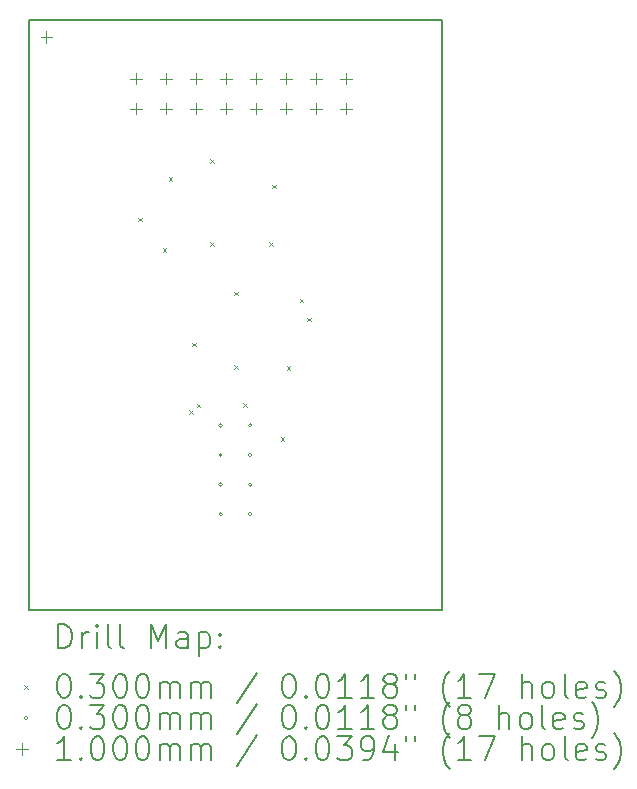
<source format=gbr>
%TF.GenerationSoftware,KiCad,Pcbnew,8.0.5*%
%TF.CreationDate,2024-12-03T22:20:39-06:00*%
%TF.ProjectId,project,70726f6a-6563-4742-9e6b-696361645f70,rev?*%
%TF.SameCoordinates,Original*%
%TF.FileFunction,Drillmap*%
%TF.FilePolarity,Positive*%
%FSLAX45Y45*%
G04 Gerber Fmt 4.5, Leading zero omitted, Abs format (unit mm)*
G04 Created by KiCad (PCBNEW 8.0.5) date 2024-12-03 22:20:39*
%MOMM*%
%LPD*%
G01*
G04 APERTURE LIST*
%ADD10C,0.200000*%
%ADD11C,0.100000*%
G04 APERTURE END LIST*
D10*
X4828000Y-5596500D02*
X8328000Y-5596500D01*
X8328000Y-10596500D01*
X4828000Y-10596500D01*
X4828000Y-5596500D01*
D11*
X5756549Y-7274057D02*
X5786549Y-7304057D01*
X5786549Y-7274057D02*
X5756549Y-7304057D01*
X5963000Y-7531500D02*
X5993000Y-7561500D01*
X5993000Y-7531500D02*
X5963000Y-7561500D01*
X6013000Y-6931500D02*
X6043000Y-6961500D01*
X6043000Y-6931500D02*
X6013000Y-6961500D01*
X6188540Y-8902916D02*
X6218540Y-8932916D01*
X6218540Y-8902916D02*
X6188540Y-8932916D01*
X6213000Y-8331500D02*
X6243000Y-8361500D01*
X6243000Y-8331500D02*
X6213000Y-8361500D01*
X6248540Y-8848340D02*
X6278540Y-8878340D01*
X6278540Y-8848340D02*
X6248540Y-8878340D01*
X6363000Y-6781500D02*
X6393000Y-6811500D01*
X6393000Y-6781500D02*
X6363000Y-6811500D01*
X6363000Y-7481500D02*
X6393000Y-7511500D01*
X6393000Y-7481500D02*
X6363000Y-7511500D01*
X6567760Y-8523750D02*
X6597760Y-8553750D01*
X6597760Y-8523750D02*
X6567760Y-8553750D01*
X6569090Y-7901520D02*
X6599090Y-7931520D01*
X6599090Y-7901520D02*
X6569090Y-7931520D01*
X6642903Y-8842981D02*
X6672903Y-8872981D01*
X6672903Y-8842981D02*
X6642903Y-8872981D01*
X6863000Y-7481500D02*
X6893000Y-7511500D01*
X6893000Y-7481500D02*
X6863000Y-7511500D01*
X6887563Y-6993856D02*
X6917563Y-7023856D01*
X6917563Y-6993856D02*
X6887563Y-7023856D01*
X6963000Y-9131500D02*
X6993000Y-9161500D01*
X6993000Y-9131500D02*
X6963000Y-9161500D01*
X7013000Y-8531500D02*
X7043000Y-8561500D01*
X7043000Y-8531500D02*
X7013000Y-8561500D01*
X7123000Y-7958687D02*
X7153000Y-7988687D01*
X7153000Y-7958687D02*
X7123000Y-7988687D01*
X7187000Y-8121393D02*
X7217000Y-8151393D01*
X7217000Y-8121393D02*
X7187000Y-8151393D01*
X6468000Y-9033500D02*
G75*
G02*
X6438000Y-9033500I-15000J0D01*
G01*
X6438000Y-9033500D02*
G75*
G02*
X6468000Y-9033500I15000J0D01*
G01*
X6468000Y-9283500D02*
G75*
G02*
X6438000Y-9283500I-15000J0D01*
G01*
X6438000Y-9283500D02*
G75*
G02*
X6468000Y-9283500I15000J0D01*
G01*
X6468000Y-9533500D02*
G75*
G02*
X6438000Y-9533500I-15000J0D01*
G01*
X6438000Y-9533500D02*
G75*
G02*
X6468000Y-9533500I15000J0D01*
G01*
X6468000Y-9783500D02*
G75*
G02*
X6438000Y-9783500I-15000J0D01*
G01*
X6438000Y-9783500D02*
G75*
G02*
X6468000Y-9783500I15000J0D01*
G01*
X6718000Y-9033500D02*
G75*
G02*
X6688000Y-9033500I-15000J0D01*
G01*
X6688000Y-9033500D02*
G75*
G02*
X6718000Y-9033500I15000J0D01*
G01*
X6718000Y-9283500D02*
G75*
G02*
X6688000Y-9283500I-15000J0D01*
G01*
X6688000Y-9283500D02*
G75*
G02*
X6718000Y-9283500I15000J0D01*
G01*
X6718000Y-9533500D02*
G75*
G02*
X6688000Y-9533500I-15000J0D01*
G01*
X6688000Y-9533500D02*
G75*
G02*
X6718000Y-9533500I15000J0D01*
G01*
X6718000Y-9783500D02*
G75*
G02*
X6688000Y-9783500I-15000J0D01*
G01*
X6688000Y-9783500D02*
G75*
G02*
X6718000Y-9783500I15000J0D01*
G01*
X4978000Y-5696500D02*
X4978000Y-5796500D01*
X4928000Y-5746500D02*
X5028000Y-5746500D01*
X5738000Y-6046500D02*
X5738000Y-6146500D01*
X5688000Y-6096500D02*
X5788000Y-6096500D01*
X5738000Y-6300500D02*
X5738000Y-6400500D01*
X5688000Y-6350500D02*
X5788000Y-6350500D01*
X5992000Y-6046500D02*
X5992000Y-6146500D01*
X5942000Y-6096500D02*
X6042000Y-6096500D01*
X5992000Y-6300500D02*
X5992000Y-6400500D01*
X5942000Y-6350500D02*
X6042000Y-6350500D01*
X6246000Y-6046500D02*
X6246000Y-6146500D01*
X6196000Y-6096500D02*
X6296000Y-6096500D01*
X6246000Y-6300500D02*
X6246000Y-6400500D01*
X6196000Y-6350500D02*
X6296000Y-6350500D01*
X6500000Y-6046500D02*
X6500000Y-6146500D01*
X6450000Y-6096500D02*
X6550000Y-6096500D01*
X6500000Y-6300500D02*
X6500000Y-6400500D01*
X6450000Y-6350500D02*
X6550000Y-6350500D01*
X6754000Y-6046500D02*
X6754000Y-6146500D01*
X6704000Y-6096500D02*
X6804000Y-6096500D01*
X6754000Y-6300500D02*
X6754000Y-6400500D01*
X6704000Y-6350500D02*
X6804000Y-6350500D01*
X7008000Y-6046500D02*
X7008000Y-6146500D01*
X6958000Y-6096500D02*
X7058000Y-6096500D01*
X7008000Y-6300500D02*
X7008000Y-6400500D01*
X6958000Y-6350500D02*
X7058000Y-6350500D01*
X7262000Y-6046500D02*
X7262000Y-6146500D01*
X7212000Y-6096500D02*
X7312000Y-6096500D01*
X7262000Y-6300500D02*
X7262000Y-6400500D01*
X7212000Y-6350500D02*
X7312000Y-6350500D01*
X7516000Y-6046500D02*
X7516000Y-6146500D01*
X7466000Y-6096500D02*
X7566000Y-6096500D01*
X7516000Y-6300500D02*
X7516000Y-6400500D01*
X7466000Y-6350500D02*
X7566000Y-6350500D01*
D10*
X5078777Y-10917984D02*
X5078777Y-10717984D01*
X5078777Y-10717984D02*
X5126396Y-10717984D01*
X5126396Y-10717984D02*
X5154967Y-10727508D01*
X5154967Y-10727508D02*
X5174015Y-10746555D01*
X5174015Y-10746555D02*
X5183539Y-10765603D01*
X5183539Y-10765603D02*
X5193063Y-10803698D01*
X5193063Y-10803698D02*
X5193063Y-10832270D01*
X5193063Y-10832270D02*
X5183539Y-10870365D01*
X5183539Y-10870365D02*
X5174015Y-10889412D01*
X5174015Y-10889412D02*
X5154967Y-10908460D01*
X5154967Y-10908460D02*
X5126396Y-10917984D01*
X5126396Y-10917984D02*
X5078777Y-10917984D01*
X5278777Y-10917984D02*
X5278777Y-10784650D01*
X5278777Y-10822746D02*
X5288301Y-10803698D01*
X5288301Y-10803698D02*
X5297824Y-10794174D01*
X5297824Y-10794174D02*
X5316872Y-10784650D01*
X5316872Y-10784650D02*
X5335920Y-10784650D01*
X5402586Y-10917984D02*
X5402586Y-10784650D01*
X5402586Y-10717984D02*
X5393063Y-10727508D01*
X5393063Y-10727508D02*
X5402586Y-10737031D01*
X5402586Y-10737031D02*
X5412110Y-10727508D01*
X5412110Y-10727508D02*
X5402586Y-10717984D01*
X5402586Y-10717984D02*
X5402586Y-10737031D01*
X5526396Y-10917984D02*
X5507348Y-10908460D01*
X5507348Y-10908460D02*
X5497824Y-10889412D01*
X5497824Y-10889412D02*
X5497824Y-10717984D01*
X5631158Y-10917984D02*
X5612110Y-10908460D01*
X5612110Y-10908460D02*
X5602586Y-10889412D01*
X5602586Y-10889412D02*
X5602586Y-10717984D01*
X5859729Y-10917984D02*
X5859729Y-10717984D01*
X5859729Y-10717984D02*
X5926396Y-10860841D01*
X5926396Y-10860841D02*
X5993062Y-10717984D01*
X5993062Y-10717984D02*
X5993062Y-10917984D01*
X6174015Y-10917984D02*
X6174015Y-10813222D01*
X6174015Y-10813222D02*
X6164491Y-10794174D01*
X6164491Y-10794174D02*
X6145443Y-10784650D01*
X6145443Y-10784650D02*
X6107348Y-10784650D01*
X6107348Y-10784650D02*
X6088301Y-10794174D01*
X6174015Y-10908460D02*
X6154967Y-10917984D01*
X6154967Y-10917984D02*
X6107348Y-10917984D01*
X6107348Y-10917984D02*
X6088301Y-10908460D01*
X6088301Y-10908460D02*
X6078777Y-10889412D01*
X6078777Y-10889412D02*
X6078777Y-10870365D01*
X6078777Y-10870365D02*
X6088301Y-10851317D01*
X6088301Y-10851317D02*
X6107348Y-10841793D01*
X6107348Y-10841793D02*
X6154967Y-10841793D01*
X6154967Y-10841793D02*
X6174015Y-10832270D01*
X6269253Y-10784650D02*
X6269253Y-10984650D01*
X6269253Y-10794174D02*
X6288301Y-10784650D01*
X6288301Y-10784650D02*
X6326396Y-10784650D01*
X6326396Y-10784650D02*
X6345443Y-10794174D01*
X6345443Y-10794174D02*
X6354967Y-10803698D01*
X6354967Y-10803698D02*
X6364491Y-10822746D01*
X6364491Y-10822746D02*
X6364491Y-10879889D01*
X6364491Y-10879889D02*
X6354967Y-10898936D01*
X6354967Y-10898936D02*
X6345443Y-10908460D01*
X6345443Y-10908460D02*
X6326396Y-10917984D01*
X6326396Y-10917984D02*
X6288301Y-10917984D01*
X6288301Y-10917984D02*
X6269253Y-10908460D01*
X6450205Y-10898936D02*
X6459729Y-10908460D01*
X6459729Y-10908460D02*
X6450205Y-10917984D01*
X6450205Y-10917984D02*
X6440682Y-10908460D01*
X6440682Y-10908460D02*
X6450205Y-10898936D01*
X6450205Y-10898936D02*
X6450205Y-10917984D01*
X6450205Y-10794174D02*
X6459729Y-10803698D01*
X6459729Y-10803698D02*
X6450205Y-10813222D01*
X6450205Y-10813222D02*
X6440682Y-10803698D01*
X6440682Y-10803698D02*
X6450205Y-10794174D01*
X6450205Y-10794174D02*
X6450205Y-10813222D01*
D11*
X4788000Y-11231500D02*
X4818000Y-11261500D01*
X4818000Y-11231500D02*
X4788000Y-11261500D01*
D10*
X5116872Y-11137984D02*
X5135920Y-11137984D01*
X5135920Y-11137984D02*
X5154967Y-11147508D01*
X5154967Y-11147508D02*
X5164491Y-11157031D01*
X5164491Y-11157031D02*
X5174015Y-11176079D01*
X5174015Y-11176079D02*
X5183539Y-11214174D01*
X5183539Y-11214174D02*
X5183539Y-11261793D01*
X5183539Y-11261793D02*
X5174015Y-11299888D01*
X5174015Y-11299888D02*
X5164491Y-11318936D01*
X5164491Y-11318936D02*
X5154967Y-11328460D01*
X5154967Y-11328460D02*
X5135920Y-11337984D01*
X5135920Y-11337984D02*
X5116872Y-11337984D01*
X5116872Y-11337984D02*
X5097824Y-11328460D01*
X5097824Y-11328460D02*
X5088301Y-11318936D01*
X5088301Y-11318936D02*
X5078777Y-11299888D01*
X5078777Y-11299888D02*
X5069253Y-11261793D01*
X5069253Y-11261793D02*
X5069253Y-11214174D01*
X5069253Y-11214174D02*
X5078777Y-11176079D01*
X5078777Y-11176079D02*
X5088301Y-11157031D01*
X5088301Y-11157031D02*
X5097824Y-11147508D01*
X5097824Y-11147508D02*
X5116872Y-11137984D01*
X5269253Y-11318936D02*
X5278777Y-11328460D01*
X5278777Y-11328460D02*
X5269253Y-11337984D01*
X5269253Y-11337984D02*
X5259729Y-11328460D01*
X5259729Y-11328460D02*
X5269253Y-11318936D01*
X5269253Y-11318936D02*
X5269253Y-11337984D01*
X5345444Y-11137984D02*
X5469253Y-11137984D01*
X5469253Y-11137984D02*
X5402586Y-11214174D01*
X5402586Y-11214174D02*
X5431158Y-11214174D01*
X5431158Y-11214174D02*
X5450205Y-11223698D01*
X5450205Y-11223698D02*
X5459729Y-11233222D01*
X5459729Y-11233222D02*
X5469253Y-11252269D01*
X5469253Y-11252269D02*
X5469253Y-11299888D01*
X5469253Y-11299888D02*
X5459729Y-11318936D01*
X5459729Y-11318936D02*
X5450205Y-11328460D01*
X5450205Y-11328460D02*
X5431158Y-11337984D01*
X5431158Y-11337984D02*
X5374015Y-11337984D01*
X5374015Y-11337984D02*
X5354967Y-11328460D01*
X5354967Y-11328460D02*
X5345444Y-11318936D01*
X5593062Y-11137984D02*
X5612110Y-11137984D01*
X5612110Y-11137984D02*
X5631158Y-11147508D01*
X5631158Y-11147508D02*
X5640682Y-11157031D01*
X5640682Y-11157031D02*
X5650205Y-11176079D01*
X5650205Y-11176079D02*
X5659729Y-11214174D01*
X5659729Y-11214174D02*
X5659729Y-11261793D01*
X5659729Y-11261793D02*
X5650205Y-11299888D01*
X5650205Y-11299888D02*
X5640682Y-11318936D01*
X5640682Y-11318936D02*
X5631158Y-11328460D01*
X5631158Y-11328460D02*
X5612110Y-11337984D01*
X5612110Y-11337984D02*
X5593062Y-11337984D01*
X5593062Y-11337984D02*
X5574015Y-11328460D01*
X5574015Y-11328460D02*
X5564491Y-11318936D01*
X5564491Y-11318936D02*
X5554967Y-11299888D01*
X5554967Y-11299888D02*
X5545444Y-11261793D01*
X5545444Y-11261793D02*
X5545444Y-11214174D01*
X5545444Y-11214174D02*
X5554967Y-11176079D01*
X5554967Y-11176079D02*
X5564491Y-11157031D01*
X5564491Y-11157031D02*
X5574015Y-11147508D01*
X5574015Y-11147508D02*
X5593062Y-11137984D01*
X5783539Y-11137984D02*
X5802586Y-11137984D01*
X5802586Y-11137984D02*
X5821634Y-11147508D01*
X5821634Y-11147508D02*
X5831158Y-11157031D01*
X5831158Y-11157031D02*
X5840682Y-11176079D01*
X5840682Y-11176079D02*
X5850205Y-11214174D01*
X5850205Y-11214174D02*
X5850205Y-11261793D01*
X5850205Y-11261793D02*
X5840682Y-11299888D01*
X5840682Y-11299888D02*
X5831158Y-11318936D01*
X5831158Y-11318936D02*
X5821634Y-11328460D01*
X5821634Y-11328460D02*
X5802586Y-11337984D01*
X5802586Y-11337984D02*
X5783539Y-11337984D01*
X5783539Y-11337984D02*
X5764491Y-11328460D01*
X5764491Y-11328460D02*
X5754967Y-11318936D01*
X5754967Y-11318936D02*
X5745443Y-11299888D01*
X5745443Y-11299888D02*
X5735920Y-11261793D01*
X5735920Y-11261793D02*
X5735920Y-11214174D01*
X5735920Y-11214174D02*
X5745443Y-11176079D01*
X5745443Y-11176079D02*
X5754967Y-11157031D01*
X5754967Y-11157031D02*
X5764491Y-11147508D01*
X5764491Y-11147508D02*
X5783539Y-11137984D01*
X5935920Y-11337984D02*
X5935920Y-11204650D01*
X5935920Y-11223698D02*
X5945443Y-11214174D01*
X5945443Y-11214174D02*
X5964491Y-11204650D01*
X5964491Y-11204650D02*
X5993063Y-11204650D01*
X5993063Y-11204650D02*
X6012110Y-11214174D01*
X6012110Y-11214174D02*
X6021634Y-11233222D01*
X6021634Y-11233222D02*
X6021634Y-11337984D01*
X6021634Y-11233222D02*
X6031158Y-11214174D01*
X6031158Y-11214174D02*
X6050205Y-11204650D01*
X6050205Y-11204650D02*
X6078777Y-11204650D01*
X6078777Y-11204650D02*
X6097824Y-11214174D01*
X6097824Y-11214174D02*
X6107348Y-11233222D01*
X6107348Y-11233222D02*
X6107348Y-11337984D01*
X6202586Y-11337984D02*
X6202586Y-11204650D01*
X6202586Y-11223698D02*
X6212110Y-11214174D01*
X6212110Y-11214174D02*
X6231158Y-11204650D01*
X6231158Y-11204650D02*
X6259729Y-11204650D01*
X6259729Y-11204650D02*
X6278777Y-11214174D01*
X6278777Y-11214174D02*
X6288301Y-11233222D01*
X6288301Y-11233222D02*
X6288301Y-11337984D01*
X6288301Y-11233222D02*
X6297824Y-11214174D01*
X6297824Y-11214174D02*
X6316872Y-11204650D01*
X6316872Y-11204650D02*
X6345443Y-11204650D01*
X6345443Y-11204650D02*
X6364491Y-11214174D01*
X6364491Y-11214174D02*
X6374015Y-11233222D01*
X6374015Y-11233222D02*
X6374015Y-11337984D01*
X6764491Y-11128460D02*
X6593063Y-11385603D01*
X7021634Y-11137984D02*
X7040682Y-11137984D01*
X7040682Y-11137984D02*
X7059729Y-11147508D01*
X7059729Y-11147508D02*
X7069253Y-11157031D01*
X7069253Y-11157031D02*
X7078777Y-11176079D01*
X7078777Y-11176079D02*
X7088301Y-11214174D01*
X7088301Y-11214174D02*
X7088301Y-11261793D01*
X7088301Y-11261793D02*
X7078777Y-11299888D01*
X7078777Y-11299888D02*
X7069253Y-11318936D01*
X7069253Y-11318936D02*
X7059729Y-11328460D01*
X7059729Y-11328460D02*
X7040682Y-11337984D01*
X7040682Y-11337984D02*
X7021634Y-11337984D01*
X7021634Y-11337984D02*
X7002586Y-11328460D01*
X7002586Y-11328460D02*
X6993063Y-11318936D01*
X6993063Y-11318936D02*
X6983539Y-11299888D01*
X6983539Y-11299888D02*
X6974015Y-11261793D01*
X6974015Y-11261793D02*
X6974015Y-11214174D01*
X6974015Y-11214174D02*
X6983539Y-11176079D01*
X6983539Y-11176079D02*
X6993063Y-11157031D01*
X6993063Y-11157031D02*
X7002586Y-11147508D01*
X7002586Y-11147508D02*
X7021634Y-11137984D01*
X7174015Y-11318936D02*
X7183539Y-11328460D01*
X7183539Y-11328460D02*
X7174015Y-11337984D01*
X7174015Y-11337984D02*
X7164491Y-11328460D01*
X7164491Y-11328460D02*
X7174015Y-11318936D01*
X7174015Y-11318936D02*
X7174015Y-11337984D01*
X7307348Y-11137984D02*
X7326396Y-11137984D01*
X7326396Y-11137984D02*
X7345444Y-11147508D01*
X7345444Y-11147508D02*
X7354967Y-11157031D01*
X7354967Y-11157031D02*
X7364491Y-11176079D01*
X7364491Y-11176079D02*
X7374015Y-11214174D01*
X7374015Y-11214174D02*
X7374015Y-11261793D01*
X7374015Y-11261793D02*
X7364491Y-11299888D01*
X7364491Y-11299888D02*
X7354967Y-11318936D01*
X7354967Y-11318936D02*
X7345444Y-11328460D01*
X7345444Y-11328460D02*
X7326396Y-11337984D01*
X7326396Y-11337984D02*
X7307348Y-11337984D01*
X7307348Y-11337984D02*
X7288301Y-11328460D01*
X7288301Y-11328460D02*
X7278777Y-11318936D01*
X7278777Y-11318936D02*
X7269253Y-11299888D01*
X7269253Y-11299888D02*
X7259729Y-11261793D01*
X7259729Y-11261793D02*
X7259729Y-11214174D01*
X7259729Y-11214174D02*
X7269253Y-11176079D01*
X7269253Y-11176079D02*
X7278777Y-11157031D01*
X7278777Y-11157031D02*
X7288301Y-11147508D01*
X7288301Y-11147508D02*
X7307348Y-11137984D01*
X7564491Y-11337984D02*
X7450206Y-11337984D01*
X7507348Y-11337984D02*
X7507348Y-11137984D01*
X7507348Y-11137984D02*
X7488301Y-11166555D01*
X7488301Y-11166555D02*
X7469253Y-11185603D01*
X7469253Y-11185603D02*
X7450206Y-11195127D01*
X7754967Y-11337984D02*
X7640682Y-11337984D01*
X7697825Y-11337984D02*
X7697825Y-11137984D01*
X7697825Y-11137984D02*
X7678777Y-11166555D01*
X7678777Y-11166555D02*
X7659729Y-11185603D01*
X7659729Y-11185603D02*
X7640682Y-11195127D01*
X7869253Y-11223698D02*
X7850206Y-11214174D01*
X7850206Y-11214174D02*
X7840682Y-11204650D01*
X7840682Y-11204650D02*
X7831158Y-11185603D01*
X7831158Y-11185603D02*
X7831158Y-11176079D01*
X7831158Y-11176079D02*
X7840682Y-11157031D01*
X7840682Y-11157031D02*
X7850206Y-11147508D01*
X7850206Y-11147508D02*
X7869253Y-11137984D01*
X7869253Y-11137984D02*
X7907348Y-11137984D01*
X7907348Y-11137984D02*
X7926396Y-11147508D01*
X7926396Y-11147508D02*
X7935920Y-11157031D01*
X7935920Y-11157031D02*
X7945444Y-11176079D01*
X7945444Y-11176079D02*
X7945444Y-11185603D01*
X7945444Y-11185603D02*
X7935920Y-11204650D01*
X7935920Y-11204650D02*
X7926396Y-11214174D01*
X7926396Y-11214174D02*
X7907348Y-11223698D01*
X7907348Y-11223698D02*
X7869253Y-11223698D01*
X7869253Y-11223698D02*
X7850206Y-11233222D01*
X7850206Y-11233222D02*
X7840682Y-11242746D01*
X7840682Y-11242746D02*
X7831158Y-11261793D01*
X7831158Y-11261793D02*
X7831158Y-11299888D01*
X7831158Y-11299888D02*
X7840682Y-11318936D01*
X7840682Y-11318936D02*
X7850206Y-11328460D01*
X7850206Y-11328460D02*
X7869253Y-11337984D01*
X7869253Y-11337984D02*
X7907348Y-11337984D01*
X7907348Y-11337984D02*
X7926396Y-11328460D01*
X7926396Y-11328460D02*
X7935920Y-11318936D01*
X7935920Y-11318936D02*
X7945444Y-11299888D01*
X7945444Y-11299888D02*
X7945444Y-11261793D01*
X7945444Y-11261793D02*
X7935920Y-11242746D01*
X7935920Y-11242746D02*
X7926396Y-11233222D01*
X7926396Y-11233222D02*
X7907348Y-11223698D01*
X8021634Y-11137984D02*
X8021634Y-11176079D01*
X8097825Y-11137984D02*
X8097825Y-11176079D01*
X8393063Y-11414174D02*
X8383539Y-11404650D01*
X8383539Y-11404650D02*
X8364491Y-11376079D01*
X8364491Y-11376079D02*
X8354968Y-11357031D01*
X8354968Y-11357031D02*
X8345444Y-11328460D01*
X8345444Y-11328460D02*
X8335920Y-11280841D01*
X8335920Y-11280841D02*
X8335920Y-11242746D01*
X8335920Y-11242746D02*
X8345444Y-11195127D01*
X8345444Y-11195127D02*
X8354968Y-11166555D01*
X8354968Y-11166555D02*
X8364491Y-11147508D01*
X8364491Y-11147508D02*
X8383539Y-11118936D01*
X8383539Y-11118936D02*
X8393063Y-11109412D01*
X8574015Y-11337984D02*
X8459730Y-11337984D01*
X8516872Y-11337984D02*
X8516872Y-11137984D01*
X8516872Y-11137984D02*
X8497825Y-11166555D01*
X8497825Y-11166555D02*
X8478777Y-11185603D01*
X8478777Y-11185603D02*
X8459730Y-11195127D01*
X8640682Y-11137984D02*
X8774015Y-11137984D01*
X8774015Y-11137984D02*
X8688301Y-11337984D01*
X9002587Y-11337984D02*
X9002587Y-11137984D01*
X9088301Y-11337984D02*
X9088301Y-11233222D01*
X9088301Y-11233222D02*
X9078777Y-11214174D01*
X9078777Y-11214174D02*
X9059730Y-11204650D01*
X9059730Y-11204650D02*
X9031158Y-11204650D01*
X9031158Y-11204650D02*
X9012111Y-11214174D01*
X9012111Y-11214174D02*
X9002587Y-11223698D01*
X9212111Y-11337984D02*
X9193063Y-11328460D01*
X9193063Y-11328460D02*
X9183539Y-11318936D01*
X9183539Y-11318936D02*
X9174015Y-11299888D01*
X9174015Y-11299888D02*
X9174015Y-11242746D01*
X9174015Y-11242746D02*
X9183539Y-11223698D01*
X9183539Y-11223698D02*
X9193063Y-11214174D01*
X9193063Y-11214174D02*
X9212111Y-11204650D01*
X9212111Y-11204650D02*
X9240682Y-11204650D01*
X9240682Y-11204650D02*
X9259730Y-11214174D01*
X9259730Y-11214174D02*
X9269253Y-11223698D01*
X9269253Y-11223698D02*
X9278777Y-11242746D01*
X9278777Y-11242746D02*
X9278777Y-11299888D01*
X9278777Y-11299888D02*
X9269253Y-11318936D01*
X9269253Y-11318936D02*
X9259730Y-11328460D01*
X9259730Y-11328460D02*
X9240682Y-11337984D01*
X9240682Y-11337984D02*
X9212111Y-11337984D01*
X9393063Y-11337984D02*
X9374015Y-11328460D01*
X9374015Y-11328460D02*
X9364492Y-11309412D01*
X9364492Y-11309412D02*
X9364492Y-11137984D01*
X9545444Y-11328460D02*
X9526396Y-11337984D01*
X9526396Y-11337984D02*
X9488301Y-11337984D01*
X9488301Y-11337984D02*
X9469253Y-11328460D01*
X9469253Y-11328460D02*
X9459730Y-11309412D01*
X9459730Y-11309412D02*
X9459730Y-11233222D01*
X9459730Y-11233222D02*
X9469253Y-11214174D01*
X9469253Y-11214174D02*
X9488301Y-11204650D01*
X9488301Y-11204650D02*
X9526396Y-11204650D01*
X9526396Y-11204650D02*
X9545444Y-11214174D01*
X9545444Y-11214174D02*
X9554968Y-11233222D01*
X9554968Y-11233222D02*
X9554968Y-11252269D01*
X9554968Y-11252269D02*
X9459730Y-11271317D01*
X9631158Y-11328460D02*
X9650206Y-11337984D01*
X9650206Y-11337984D02*
X9688301Y-11337984D01*
X9688301Y-11337984D02*
X9707349Y-11328460D01*
X9707349Y-11328460D02*
X9716873Y-11309412D01*
X9716873Y-11309412D02*
X9716873Y-11299888D01*
X9716873Y-11299888D02*
X9707349Y-11280841D01*
X9707349Y-11280841D02*
X9688301Y-11271317D01*
X9688301Y-11271317D02*
X9659730Y-11271317D01*
X9659730Y-11271317D02*
X9640682Y-11261793D01*
X9640682Y-11261793D02*
X9631158Y-11242746D01*
X9631158Y-11242746D02*
X9631158Y-11233222D01*
X9631158Y-11233222D02*
X9640682Y-11214174D01*
X9640682Y-11214174D02*
X9659730Y-11204650D01*
X9659730Y-11204650D02*
X9688301Y-11204650D01*
X9688301Y-11204650D02*
X9707349Y-11214174D01*
X9783539Y-11414174D02*
X9793063Y-11404650D01*
X9793063Y-11404650D02*
X9812111Y-11376079D01*
X9812111Y-11376079D02*
X9821634Y-11357031D01*
X9821634Y-11357031D02*
X9831158Y-11328460D01*
X9831158Y-11328460D02*
X9840682Y-11280841D01*
X9840682Y-11280841D02*
X9840682Y-11242746D01*
X9840682Y-11242746D02*
X9831158Y-11195127D01*
X9831158Y-11195127D02*
X9821634Y-11166555D01*
X9821634Y-11166555D02*
X9812111Y-11147508D01*
X9812111Y-11147508D02*
X9793063Y-11118936D01*
X9793063Y-11118936D02*
X9783539Y-11109412D01*
D11*
X4818000Y-11510500D02*
G75*
G02*
X4788000Y-11510500I-15000J0D01*
G01*
X4788000Y-11510500D02*
G75*
G02*
X4818000Y-11510500I15000J0D01*
G01*
D10*
X5116872Y-11401984D02*
X5135920Y-11401984D01*
X5135920Y-11401984D02*
X5154967Y-11411508D01*
X5154967Y-11411508D02*
X5164491Y-11421031D01*
X5164491Y-11421031D02*
X5174015Y-11440079D01*
X5174015Y-11440079D02*
X5183539Y-11478174D01*
X5183539Y-11478174D02*
X5183539Y-11525793D01*
X5183539Y-11525793D02*
X5174015Y-11563888D01*
X5174015Y-11563888D02*
X5164491Y-11582936D01*
X5164491Y-11582936D02*
X5154967Y-11592460D01*
X5154967Y-11592460D02*
X5135920Y-11601984D01*
X5135920Y-11601984D02*
X5116872Y-11601984D01*
X5116872Y-11601984D02*
X5097824Y-11592460D01*
X5097824Y-11592460D02*
X5088301Y-11582936D01*
X5088301Y-11582936D02*
X5078777Y-11563888D01*
X5078777Y-11563888D02*
X5069253Y-11525793D01*
X5069253Y-11525793D02*
X5069253Y-11478174D01*
X5069253Y-11478174D02*
X5078777Y-11440079D01*
X5078777Y-11440079D02*
X5088301Y-11421031D01*
X5088301Y-11421031D02*
X5097824Y-11411508D01*
X5097824Y-11411508D02*
X5116872Y-11401984D01*
X5269253Y-11582936D02*
X5278777Y-11592460D01*
X5278777Y-11592460D02*
X5269253Y-11601984D01*
X5269253Y-11601984D02*
X5259729Y-11592460D01*
X5259729Y-11592460D02*
X5269253Y-11582936D01*
X5269253Y-11582936D02*
X5269253Y-11601984D01*
X5345444Y-11401984D02*
X5469253Y-11401984D01*
X5469253Y-11401984D02*
X5402586Y-11478174D01*
X5402586Y-11478174D02*
X5431158Y-11478174D01*
X5431158Y-11478174D02*
X5450205Y-11487698D01*
X5450205Y-11487698D02*
X5459729Y-11497222D01*
X5459729Y-11497222D02*
X5469253Y-11516269D01*
X5469253Y-11516269D02*
X5469253Y-11563888D01*
X5469253Y-11563888D02*
X5459729Y-11582936D01*
X5459729Y-11582936D02*
X5450205Y-11592460D01*
X5450205Y-11592460D02*
X5431158Y-11601984D01*
X5431158Y-11601984D02*
X5374015Y-11601984D01*
X5374015Y-11601984D02*
X5354967Y-11592460D01*
X5354967Y-11592460D02*
X5345444Y-11582936D01*
X5593062Y-11401984D02*
X5612110Y-11401984D01*
X5612110Y-11401984D02*
X5631158Y-11411508D01*
X5631158Y-11411508D02*
X5640682Y-11421031D01*
X5640682Y-11421031D02*
X5650205Y-11440079D01*
X5650205Y-11440079D02*
X5659729Y-11478174D01*
X5659729Y-11478174D02*
X5659729Y-11525793D01*
X5659729Y-11525793D02*
X5650205Y-11563888D01*
X5650205Y-11563888D02*
X5640682Y-11582936D01*
X5640682Y-11582936D02*
X5631158Y-11592460D01*
X5631158Y-11592460D02*
X5612110Y-11601984D01*
X5612110Y-11601984D02*
X5593062Y-11601984D01*
X5593062Y-11601984D02*
X5574015Y-11592460D01*
X5574015Y-11592460D02*
X5564491Y-11582936D01*
X5564491Y-11582936D02*
X5554967Y-11563888D01*
X5554967Y-11563888D02*
X5545444Y-11525793D01*
X5545444Y-11525793D02*
X5545444Y-11478174D01*
X5545444Y-11478174D02*
X5554967Y-11440079D01*
X5554967Y-11440079D02*
X5564491Y-11421031D01*
X5564491Y-11421031D02*
X5574015Y-11411508D01*
X5574015Y-11411508D02*
X5593062Y-11401984D01*
X5783539Y-11401984D02*
X5802586Y-11401984D01*
X5802586Y-11401984D02*
X5821634Y-11411508D01*
X5821634Y-11411508D02*
X5831158Y-11421031D01*
X5831158Y-11421031D02*
X5840682Y-11440079D01*
X5840682Y-11440079D02*
X5850205Y-11478174D01*
X5850205Y-11478174D02*
X5850205Y-11525793D01*
X5850205Y-11525793D02*
X5840682Y-11563888D01*
X5840682Y-11563888D02*
X5831158Y-11582936D01*
X5831158Y-11582936D02*
X5821634Y-11592460D01*
X5821634Y-11592460D02*
X5802586Y-11601984D01*
X5802586Y-11601984D02*
X5783539Y-11601984D01*
X5783539Y-11601984D02*
X5764491Y-11592460D01*
X5764491Y-11592460D02*
X5754967Y-11582936D01*
X5754967Y-11582936D02*
X5745443Y-11563888D01*
X5745443Y-11563888D02*
X5735920Y-11525793D01*
X5735920Y-11525793D02*
X5735920Y-11478174D01*
X5735920Y-11478174D02*
X5745443Y-11440079D01*
X5745443Y-11440079D02*
X5754967Y-11421031D01*
X5754967Y-11421031D02*
X5764491Y-11411508D01*
X5764491Y-11411508D02*
X5783539Y-11401984D01*
X5935920Y-11601984D02*
X5935920Y-11468650D01*
X5935920Y-11487698D02*
X5945443Y-11478174D01*
X5945443Y-11478174D02*
X5964491Y-11468650D01*
X5964491Y-11468650D02*
X5993063Y-11468650D01*
X5993063Y-11468650D02*
X6012110Y-11478174D01*
X6012110Y-11478174D02*
X6021634Y-11497222D01*
X6021634Y-11497222D02*
X6021634Y-11601984D01*
X6021634Y-11497222D02*
X6031158Y-11478174D01*
X6031158Y-11478174D02*
X6050205Y-11468650D01*
X6050205Y-11468650D02*
X6078777Y-11468650D01*
X6078777Y-11468650D02*
X6097824Y-11478174D01*
X6097824Y-11478174D02*
X6107348Y-11497222D01*
X6107348Y-11497222D02*
X6107348Y-11601984D01*
X6202586Y-11601984D02*
X6202586Y-11468650D01*
X6202586Y-11487698D02*
X6212110Y-11478174D01*
X6212110Y-11478174D02*
X6231158Y-11468650D01*
X6231158Y-11468650D02*
X6259729Y-11468650D01*
X6259729Y-11468650D02*
X6278777Y-11478174D01*
X6278777Y-11478174D02*
X6288301Y-11497222D01*
X6288301Y-11497222D02*
X6288301Y-11601984D01*
X6288301Y-11497222D02*
X6297824Y-11478174D01*
X6297824Y-11478174D02*
X6316872Y-11468650D01*
X6316872Y-11468650D02*
X6345443Y-11468650D01*
X6345443Y-11468650D02*
X6364491Y-11478174D01*
X6364491Y-11478174D02*
X6374015Y-11497222D01*
X6374015Y-11497222D02*
X6374015Y-11601984D01*
X6764491Y-11392460D02*
X6593063Y-11649603D01*
X7021634Y-11401984D02*
X7040682Y-11401984D01*
X7040682Y-11401984D02*
X7059729Y-11411508D01*
X7059729Y-11411508D02*
X7069253Y-11421031D01*
X7069253Y-11421031D02*
X7078777Y-11440079D01*
X7078777Y-11440079D02*
X7088301Y-11478174D01*
X7088301Y-11478174D02*
X7088301Y-11525793D01*
X7088301Y-11525793D02*
X7078777Y-11563888D01*
X7078777Y-11563888D02*
X7069253Y-11582936D01*
X7069253Y-11582936D02*
X7059729Y-11592460D01*
X7059729Y-11592460D02*
X7040682Y-11601984D01*
X7040682Y-11601984D02*
X7021634Y-11601984D01*
X7021634Y-11601984D02*
X7002586Y-11592460D01*
X7002586Y-11592460D02*
X6993063Y-11582936D01*
X6993063Y-11582936D02*
X6983539Y-11563888D01*
X6983539Y-11563888D02*
X6974015Y-11525793D01*
X6974015Y-11525793D02*
X6974015Y-11478174D01*
X6974015Y-11478174D02*
X6983539Y-11440079D01*
X6983539Y-11440079D02*
X6993063Y-11421031D01*
X6993063Y-11421031D02*
X7002586Y-11411508D01*
X7002586Y-11411508D02*
X7021634Y-11401984D01*
X7174015Y-11582936D02*
X7183539Y-11592460D01*
X7183539Y-11592460D02*
X7174015Y-11601984D01*
X7174015Y-11601984D02*
X7164491Y-11592460D01*
X7164491Y-11592460D02*
X7174015Y-11582936D01*
X7174015Y-11582936D02*
X7174015Y-11601984D01*
X7307348Y-11401984D02*
X7326396Y-11401984D01*
X7326396Y-11401984D02*
X7345444Y-11411508D01*
X7345444Y-11411508D02*
X7354967Y-11421031D01*
X7354967Y-11421031D02*
X7364491Y-11440079D01*
X7364491Y-11440079D02*
X7374015Y-11478174D01*
X7374015Y-11478174D02*
X7374015Y-11525793D01*
X7374015Y-11525793D02*
X7364491Y-11563888D01*
X7364491Y-11563888D02*
X7354967Y-11582936D01*
X7354967Y-11582936D02*
X7345444Y-11592460D01*
X7345444Y-11592460D02*
X7326396Y-11601984D01*
X7326396Y-11601984D02*
X7307348Y-11601984D01*
X7307348Y-11601984D02*
X7288301Y-11592460D01*
X7288301Y-11592460D02*
X7278777Y-11582936D01*
X7278777Y-11582936D02*
X7269253Y-11563888D01*
X7269253Y-11563888D02*
X7259729Y-11525793D01*
X7259729Y-11525793D02*
X7259729Y-11478174D01*
X7259729Y-11478174D02*
X7269253Y-11440079D01*
X7269253Y-11440079D02*
X7278777Y-11421031D01*
X7278777Y-11421031D02*
X7288301Y-11411508D01*
X7288301Y-11411508D02*
X7307348Y-11401984D01*
X7564491Y-11601984D02*
X7450206Y-11601984D01*
X7507348Y-11601984D02*
X7507348Y-11401984D01*
X7507348Y-11401984D02*
X7488301Y-11430555D01*
X7488301Y-11430555D02*
X7469253Y-11449603D01*
X7469253Y-11449603D02*
X7450206Y-11459127D01*
X7754967Y-11601984D02*
X7640682Y-11601984D01*
X7697825Y-11601984D02*
X7697825Y-11401984D01*
X7697825Y-11401984D02*
X7678777Y-11430555D01*
X7678777Y-11430555D02*
X7659729Y-11449603D01*
X7659729Y-11449603D02*
X7640682Y-11459127D01*
X7869253Y-11487698D02*
X7850206Y-11478174D01*
X7850206Y-11478174D02*
X7840682Y-11468650D01*
X7840682Y-11468650D02*
X7831158Y-11449603D01*
X7831158Y-11449603D02*
X7831158Y-11440079D01*
X7831158Y-11440079D02*
X7840682Y-11421031D01*
X7840682Y-11421031D02*
X7850206Y-11411508D01*
X7850206Y-11411508D02*
X7869253Y-11401984D01*
X7869253Y-11401984D02*
X7907348Y-11401984D01*
X7907348Y-11401984D02*
X7926396Y-11411508D01*
X7926396Y-11411508D02*
X7935920Y-11421031D01*
X7935920Y-11421031D02*
X7945444Y-11440079D01*
X7945444Y-11440079D02*
X7945444Y-11449603D01*
X7945444Y-11449603D02*
X7935920Y-11468650D01*
X7935920Y-11468650D02*
X7926396Y-11478174D01*
X7926396Y-11478174D02*
X7907348Y-11487698D01*
X7907348Y-11487698D02*
X7869253Y-11487698D01*
X7869253Y-11487698D02*
X7850206Y-11497222D01*
X7850206Y-11497222D02*
X7840682Y-11506746D01*
X7840682Y-11506746D02*
X7831158Y-11525793D01*
X7831158Y-11525793D02*
X7831158Y-11563888D01*
X7831158Y-11563888D02*
X7840682Y-11582936D01*
X7840682Y-11582936D02*
X7850206Y-11592460D01*
X7850206Y-11592460D02*
X7869253Y-11601984D01*
X7869253Y-11601984D02*
X7907348Y-11601984D01*
X7907348Y-11601984D02*
X7926396Y-11592460D01*
X7926396Y-11592460D02*
X7935920Y-11582936D01*
X7935920Y-11582936D02*
X7945444Y-11563888D01*
X7945444Y-11563888D02*
X7945444Y-11525793D01*
X7945444Y-11525793D02*
X7935920Y-11506746D01*
X7935920Y-11506746D02*
X7926396Y-11497222D01*
X7926396Y-11497222D02*
X7907348Y-11487698D01*
X8021634Y-11401984D02*
X8021634Y-11440079D01*
X8097825Y-11401984D02*
X8097825Y-11440079D01*
X8393063Y-11678174D02*
X8383539Y-11668650D01*
X8383539Y-11668650D02*
X8364491Y-11640079D01*
X8364491Y-11640079D02*
X8354968Y-11621031D01*
X8354968Y-11621031D02*
X8345444Y-11592460D01*
X8345444Y-11592460D02*
X8335920Y-11544841D01*
X8335920Y-11544841D02*
X8335920Y-11506746D01*
X8335920Y-11506746D02*
X8345444Y-11459127D01*
X8345444Y-11459127D02*
X8354968Y-11430555D01*
X8354968Y-11430555D02*
X8364491Y-11411508D01*
X8364491Y-11411508D02*
X8383539Y-11382936D01*
X8383539Y-11382936D02*
X8393063Y-11373412D01*
X8497825Y-11487698D02*
X8478777Y-11478174D01*
X8478777Y-11478174D02*
X8469253Y-11468650D01*
X8469253Y-11468650D02*
X8459730Y-11449603D01*
X8459730Y-11449603D02*
X8459730Y-11440079D01*
X8459730Y-11440079D02*
X8469253Y-11421031D01*
X8469253Y-11421031D02*
X8478777Y-11411508D01*
X8478777Y-11411508D02*
X8497825Y-11401984D01*
X8497825Y-11401984D02*
X8535920Y-11401984D01*
X8535920Y-11401984D02*
X8554968Y-11411508D01*
X8554968Y-11411508D02*
X8564491Y-11421031D01*
X8564491Y-11421031D02*
X8574015Y-11440079D01*
X8574015Y-11440079D02*
X8574015Y-11449603D01*
X8574015Y-11449603D02*
X8564491Y-11468650D01*
X8564491Y-11468650D02*
X8554968Y-11478174D01*
X8554968Y-11478174D02*
X8535920Y-11487698D01*
X8535920Y-11487698D02*
X8497825Y-11487698D01*
X8497825Y-11487698D02*
X8478777Y-11497222D01*
X8478777Y-11497222D02*
X8469253Y-11506746D01*
X8469253Y-11506746D02*
X8459730Y-11525793D01*
X8459730Y-11525793D02*
X8459730Y-11563888D01*
X8459730Y-11563888D02*
X8469253Y-11582936D01*
X8469253Y-11582936D02*
X8478777Y-11592460D01*
X8478777Y-11592460D02*
X8497825Y-11601984D01*
X8497825Y-11601984D02*
X8535920Y-11601984D01*
X8535920Y-11601984D02*
X8554968Y-11592460D01*
X8554968Y-11592460D02*
X8564491Y-11582936D01*
X8564491Y-11582936D02*
X8574015Y-11563888D01*
X8574015Y-11563888D02*
X8574015Y-11525793D01*
X8574015Y-11525793D02*
X8564491Y-11506746D01*
X8564491Y-11506746D02*
X8554968Y-11497222D01*
X8554968Y-11497222D02*
X8535920Y-11487698D01*
X8812111Y-11601984D02*
X8812111Y-11401984D01*
X8897825Y-11601984D02*
X8897825Y-11497222D01*
X8897825Y-11497222D02*
X8888301Y-11478174D01*
X8888301Y-11478174D02*
X8869253Y-11468650D01*
X8869253Y-11468650D02*
X8840682Y-11468650D01*
X8840682Y-11468650D02*
X8821634Y-11478174D01*
X8821634Y-11478174D02*
X8812111Y-11487698D01*
X9021634Y-11601984D02*
X9002587Y-11592460D01*
X9002587Y-11592460D02*
X8993063Y-11582936D01*
X8993063Y-11582936D02*
X8983539Y-11563888D01*
X8983539Y-11563888D02*
X8983539Y-11506746D01*
X8983539Y-11506746D02*
X8993063Y-11487698D01*
X8993063Y-11487698D02*
X9002587Y-11478174D01*
X9002587Y-11478174D02*
X9021634Y-11468650D01*
X9021634Y-11468650D02*
X9050206Y-11468650D01*
X9050206Y-11468650D02*
X9069253Y-11478174D01*
X9069253Y-11478174D02*
X9078777Y-11487698D01*
X9078777Y-11487698D02*
X9088301Y-11506746D01*
X9088301Y-11506746D02*
X9088301Y-11563888D01*
X9088301Y-11563888D02*
X9078777Y-11582936D01*
X9078777Y-11582936D02*
X9069253Y-11592460D01*
X9069253Y-11592460D02*
X9050206Y-11601984D01*
X9050206Y-11601984D02*
X9021634Y-11601984D01*
X9202587Y-11601984D02*
X9183539Y-11592460D01*
X9183539Y-11592460D02*
X9174015Y-11573412D01*
X9174015Y-11573412D02*
X9174015Y-11401984D01*
X9354968Y-11592460D02*
X9335920Y-11601984D01*
X9335920Y-11601984D02*
X9297825Y-11601984D01*
X9297825Y-11601984D02*
X9278777Y-11592460D01*
X9278777Y-11592460D02*
X9269253Y-11573412D01*
X9269253Y-11573412D02*
X9269253Y-11497222D01*
X9269253Y-11497222D02*
X9278777Y-11478174D01*
X9278777Y-11478174D02*
X9297825Y-11468650D01*
X9297825Y-11468650D02*
X9335920Y-11468650D01*
X9335920Y-11468650D02*
X9354968Y-11478174D01*
X9354968Y-11478174D02*
X9364492Y-11497222D01*
X9364492Y-11497222D02*
X9364492Y-11516269D01*
X9364492Y-11516269D02*
X9269253Y-11535317D01*
X9440682Y-11592460D02*
X9459730Y-11601984D01*
X9459730Y-11601984D02*
X9497825Y-11601984D01*
X9497825Y-11601984D02*
X9516873Y-11592460D01*
X9516873Y-11592460D02*
X9526396Y-11573412D01*
X9526396Y-11573412D02*
X9526396Y-11563888D01*
X9526396Y-11563888D02*
X9516873Y-11544841D01*
X9516873Y-11544841D02*
X9497825Y-11535317D01*
X9497825Y-11535317D02*
X9469253Y-11535317D01*
X9469253Y-11535317D02*
X9450206Y-11525793D01*
X9450206Y-11525793D02*
X9440682Y-11506746D01*
X9440682Y-11506746D02*
X9440682Y-11497222D01*
X9440682Y-11497222D02*
X9450206Y-11478174D01*
X9450206Y-11478174D02*
X9469253Y-11468650D01*
X9469253Y-11468650D02*
X9497825Y-11468650D01*
X9497825Y-11468650D02*
X9516873Y-11478174D01*
X9593063Y-11678174D02*
X9602587Y-11668650D01*
X9602587Y-11668650D02*
X9621634Y-11640079D01*
X9621634Y-11640079D02*
X9631158Y-11621031D01*
X9631158Y-11621031D02*
X9640682Y-11592460D01*
X9640682Y-11592460D02*
X9650206Y-11544841D01*
X9650206Y-11544841D02*
X9650206Y-11506746D01*
X9650206Y-11506746D02*
X9640682Y-11459127D01*
X9640682Y-11459127D02*
X9631158Y-11430555D01*
X9631158Y-11430555D02*
X9621634Y-11411508D01*
X9621634Y-11411508D02*
X9602587Y-11382936D01*
X9602587Y-11382936D02*
X9593063Y-11373412D01*
D11*
X4768000Y-11724500D02*
X4768000Y-11824500D01*
X4718000Y-11774500D02*
X4818000Y-11774500D01*
D10*
X5183539Y-11865984D02*
X5069253Y-11865984D01*
X5126396Y-11865984D02*
X5126396Y-11665984D01*
X5126396Y-11665984D02*
X5107348Y-11694555D01*
X5107348Y-11694555D02*
X5088301Y-11713603D01*
X5088301Y-11713603D02*
X5069253Y-11723127D01*
X5269253Y-11846936D02*
X5278777Y-11856460D01*
X5278777Y-11856460D02*
X5269253Y-11865984D01*
X5269253Y-11865984D02*
X5259729Y-11856460D01*
X5259729Y-11856460D02*
X5269253Y-11846936D01*
X5269253Y-11846936D02*
X5269253Y-11865984D01*
X5402586Y-11665984D02*
X5421634Y-11665984D01*
X5421634Y-11665984D02*
X5440682Y-11675508D01*
X5440682Y-11675508D02*
X5450205Y-11685031D01*
X5450205Y-11685031D02*
X5459729Y-11704079D01*
X5459729Y-11704079D02*
X5469253Y-11742174D01*
X5469253Y-11742174D02*
X5469253Y-11789793D01*
X5469253Y-11789793D02*
X5459729Y-11827888D01*
X5459729Y-11827888D02*
X5450205Y-11846936D01*
X5450205Y-11846936D02*
X5440682Y-11856460D01*
X5440682Y-11856460D02*
X5421634Y-11865984D01*
X5421634Y-11865984D02*
X5402586Y-11865984D01*
X5402586Y-11865984D02*
X5383539Y-11856460D01*
X5383539Y-11856460D02*
X5374015Y-11846936D01*
X5374015Y-11846936D02*
X5364491Y-11827888D01*
X5364491Y-11827888D02*
X5354967Y-11789793D01*
X5354967Y-11789793D02*
X5354967Y-11742174D01*
X5354967Y-11742174D02*
X5364491Y-11704079D01*
X5364491Y-11704079D02*
X5374015Y-11685031D01*
X5374015Y-11685031D02*
X5383539Y-11675508D01*
X5383539Y-11675508D02*
X5402586Y-11665984D01*
X5593062Y-11665984D02*
X5612110Y-11665984D01*
X5612110Y-11665984D02*
X5631158Y-11675508D01*
X5631158Y-11675508D02*
X5640682Y-11685031D01*
X5640682Y-11685031D02*
X5650205Y-11704079D01*
X5650205Y-11704079D02*
X5659729Y-11742174D01*
X5659729Y-11742174D02*
X5659729Y-11789793D01*
X5659729Y-11789793D02*
X5650205Y-11827888D01*
X5650205Y-11827888D02*
X5640682Y-11846936D01*
X5640682Y-11846936D02*
X5631158Y-11856460D01*
X5631158Y-11856460D02*
X5612110Y-11865984D01*
X5612110Y-11865984D02*
X5593062Y-11865984D01*
X5593062Y-11865984D02*
X5574015Y-11856460D01*
X5574015Y-11856460D02*
X5564491Y-11846936D01*
X5564491Y-11846936D02*
X5554967Y-11827888D01*
X5554967Y-11827888D02*
X5545444Y-11789793D01*
X5545444Y-11789793D02*
X5545444Y-11742174D01*
X5545444Y-11742174D02*
X5554967Y-11704079D01*
X5554967Y-11704079D02*
X5564491Y-11685031D01*
X5564491Y-11685031D02*
X5574015Y-11675508D01*
X5574015Y-11675508D02*
X5593062Y-11665984D01*
X5783539Y-11665984D02*
X5802586Y-11665984D01*
X5802586Y-11665984D02*
X5821634Y-11675508D01*
X5821634Y-11675508D02*
X5831158Y-11685031D01*
X5831158Y-11685031D02*
X5840682Y-11704079D01*
X5840682Y-11704079D02*
X5850205Y-11742174D01*
X5850205Y-11742174D02*
X5850205Y-11789793D01*
X5850205Y-11789793D02*
X5840682Y-11827888D01*
X5840682Y-11827888D02*
X5831158Y-11846936D01*
X5831158Y-11846936D02*
X5821634Y-11856460D01*
X5821634Y-11856460D02*
X5802586Y-11865984D01*
X5802586Y-11865984D02*
X5783539Y-11865984D01*
X5783539Y-11865984D02*
X5764491Y-11856460D01*
X5764491Y-11856460D02*
X5754967Y-11846936D01*
X5754967Y-11846936D02*
X5745443Y-11827888D01*
X5745443Y-11827888D02*
X5735920Y-11789793D01*
X5735920Y-11789793D02*
X5735920Y-11742174D01*
X5735920Y-11742174D02*
X5745443Y-11704079D01*
X5745443Y-11704079D02*
X5754967Y-11685031D01*
X5754967Y-11685031D02*
X5764491Y-11675508D01*
X5764491Y-11675508D02*
X5783539Y-11665984D01*
X5935920Y-11865984D02*
X5935920Y-11732650D01*
X5935920Y-11751698D02*
X5945443Y-11742174D01*
X5945443Y-11742174D02*
X5964491Y-11732650D01*
X5964491Y-11732650D02*
X5993063Y-11732650D01*
X5993063Y-11732650D02*
X6012110Y-11742174D01*
X6012110Y-11742174D02*
X6021634Y-11761222D01*
X6021634Y-11761222D02*
X6021634Y-11865984D01*
X6021634Y-11761222D02*
X6031158Y-11742174D01*
X6031158Y-11742174D02*
X6050205Y-11732650D01*
X6050205Y-11732650D02*
X6078777Y-11732650D01*
X6078777Y-11732650D02*
X6097824Y-11742174D01*
X6097824Y-11742174D02*
X6107348Y-11761222D01*
X6107348Y-11761222D02*
X6107348Y-11865984D01*
X6202586Y-11865984D02*
X6202586Y-11732650D01*
X6202586Y-11751698D02*
X6212110Y-11742174D01*
X6212110Y-11742174D02*
X6231158Y-11732650D01*
X6231158Y-11732650D02*
X6259729Y-11732650D01*
X6259729Y-11732650D02*
X6278777Y-11742174D01*
X6278777Y-11742174D02*
X6288301Y-11761222D01*
X6288301Y-11761222D02*
X6288301Y-11865984D01*
X6288301Y-11761222D02*
X6297824Y-11742174D01*
X6297824Y-11742174D02*
X6316872Y-11732650D01*
X6316872Y-11732650D02*
X6345443Y-11732650D01*
X6345443Y-11732650D02*
X6364491Y-11742174D01*
X6364491Y-11742174D02*
X6374015Y-11761222D01*
X6374015Y-11761222D02*
X6374015Y-11865984D01*
X6764491Y-11656460D02*
X6593063Y-11913603D01*
X7021634Y-11665984D02*
X7040682Y-11665984D01*
X7040682Y-11665984D02*
X7059729Y-11675508D01*
X7059729Y-11675508D02*
X7069253Y-11685031D01*
X7069253Y-11685031D02*
X7078777Y-11704079D01*
X7078777Y-11704079D02*
X7088301Y-11742174D01*
X7088301Y-11742174D02*
X7088301Y-11789793D01*
X7088301Y-11789793D02*
X7078777Y-11827888D01*
X7078777Y-11827888D02*
X7069253Y-11846936D01*
X7069253Y-11846936D02*
X7059729Y-11856460D01*
X7059729Y-11856460D02*
X7040682Y-11865984D01*
X7040682Y-11865984D02*
X7021634Y-11865984D01*
X7021634Y-11865984D02*
X7002586Y-11856460D01*
X7002586Y-11856460D02*
X6993063Y-11846936D01*
X6993063Y-11846936D02*
X6983539Y-11827888D01*
X6983539Y-11827888D02*
X6974015Y-11789793D01*
X6974015Y-11789793D02*
X6974015Y-11742174D01*
X6974015Y-11742174D02*
X6983539Y-11704079D01*
X6983539Y-11704079D02*
X6993063Y-11685031D01*
X6993063Y-11685031D02*
X7002586Y-11675508D01*
X7002586Y-11675508D02*
X7021634Y-11665984D01*
X7174015Y-11846936D02*
X7183539Y-11856460D01*
X7183539Y-11856460D02*
X7174015Y-11865984D01*
X7174015Y-11865984D02*
X7164491Y-11856460D01*
X7164491Y-11856460D02*
X7174015Y-11846936D01*
X7174015Y-11846936D02*
X7174015Y-11865984D01*
X7307348Y-11665984D02*
X7326396Y-11665984D01*
X7326396Y-11665984D02*
X7345444Y-11675508D01*
X7345444Y-11675508D02*
X7354967Y-11685031D01*
X7354967Y-11685031D02*
X7364491Y-11704079D01*
X7364491Y-11704079D02*
X7374015Y-11742174D01*
X7374015Y-11742174D02*
X7374015Y-11789793D01*
X7374015Y-11789793D02*
X7364491Y-11827888D01*
X7364491Y-11827888D02*
X7354967Y-11846936D01*
X7354967Y-11846936D02*
X7345444Y-11856460D01*
X7345444Y-11856460D02*
X7326396Y-11865984D01*
X7326396Y-11865984D02*
X7307348Y-11865984D01*
X7307348Y-11865984D02*
X7288301Y-11856460D01*
X7288301Y-11856460D02*
X7278777Y-11846936D01*
X7278777Y-11846936D02*
X7269253Y-11827888D01*
X7269253Y-11827888D02*
X7259729Y-11789793D01*
X7259729Y-11789793D02*
X7259729Y-11742174D01*
X7259729Y-11742174D02*
X7269253Y-11704079D01*
X7269253Y-11704079D02*
X7278777Y-11685031D01*
X7278777Y-11685031D02*
X7288301Y-11675508D01*
X7288301Y-11675508D02*
X7307348Y-11665984D01*
X7440682Y-11665984D02*
X7564491Y-11665984D01*
X7564491Y-11665984D02*
X7497825Y-11742174D01*
X7497825Y-11742174D02*
X7526396Y-11742174D01*
X7526396Y-11742174D02*
X7545444Y-11751698D01*
X7545444Y-11751698D02*
X7554967Y-11761222D01*
X7554967Y-11761222D02*
X7564491Y-11780269D01*
X7564491Y-11780269D02*
X7564491Y-11827888D01*
X7564491Y-11827888D02*
X7554967Y-11846936D01*
X7554967Y-11846936D02*
X7545444Y-11856460D01*
X7545444Y-11856460D02*
X7526396Y-11865984D01*
X7526396Y-11865984D02*
X7469253Y-11865984D01*
X7469253Y-11865984D02*
X7450206Y-11856460D01*
X7450206Y-11856460D02*
X7440682Y-11846936D01*
X7659729Y-11865984D02*
X7697825Y-11865984D01*
X7697825Y-11865984D02*
X7716872Y-11856460D01*
X7716872Y-11856460D02*
X7726396Y-11846936D01*
X7726396Y-11846936D02*
X7745444Y-11818365D01*
X7745444Y-11818365D02*
X7754967Y-11780269D01*
X7754967Y-11780269D02*
X7754967Y-11704079D01*
X7754967Y-11704079D02*
X7745444Y-11685031D01*
X7745444Y-11685031D02*
X7735920Y-11675508D01*
X7735920Y-11675508D02*
X7716872Y-11665984D01*
X7716872Y-11665984D02*
X7678777Y-11665984D01*
X7678777Y-11665984D02*
X7659729Y-11675508D01*
X7659729Y-11675508D02*
X7650206Y-11685031D01*
X7650206Y-11685031D02*
X7640682Y-11704079D01*
X7640682Y-11704079D02*
X7640682Y-11751698D01*
X7640682Y-11751698D02*
X7650206Y-11770746D01*
X7650206Y-11770746D02*
X7659729Y-11780269D01*
X7659729Y-11780269D02*
X7678777Y-11789793D01*
X7678777Y-11789793D02*
X7716872Y-11789793D01*
X7716872Y-11789793D02*
X7735920Y-11780269D01*
X7735920Y-11780269D02*
X7745444Y-11770746D01*
X7745444Y-11770746D02*
X7754967Y-11751698D01*
X7926396Y-11732650D02*
X7926396Y-11865984D01*
X7878777Y-11656460D02*
X7831158Y-11799317D01*
X7831158Y-11799317D02*
X7954967Y-11799317D01*
X8021634Y-11665984D02*
X8021634Y-11704079D01*
X8097825Y-11665984D02*
X8097825Y-11704079D01*
X8393063Y-11942174D02*
X8383539Y-11932650D01*
X8383539Y-11932650D02*
X8364491Y-11904079D01*
X8364491Y-11904079D02*
X8354968Y-11885031D01*
X8354968Y-11885031D02*
X8345444Y-11856460D01*
X8345444Y-11856460D02*
X8335920Y-11808841D01*
X8335920Y-11808841D02*
X8335920Y-11770746D01*
X8335920Y-11770746D02*
X8345444Y-11723127D01*
X8345444Y-11723127D02*
X8354968Y-11694555D01*
X8354968Y-11694555D02*
X8364491Y-11675508D01*
X8364491Y-11675508D02*
X8383539Y-11646936D01*
X8383539Y-11646936D02*
X8393063Y-11637412D01*
X8574015Y-11865984D02*
X8459730Y-11865984D01*
X8516872Y-11865984D02*
X8516872Y-11665984D01*
X8516872Y-11665984D02*
X8497825Y-11694555D01*
X8497825Y-11694555D02*
X8478777Y-11713603D01*
X8478777Y-11713603D02*
X8459730Y-11723127D01*
X8640682Y-11665984D02*
X8774015Y-11665984D01*
X8774015Y-11665984D02*
X8688301Y-11865984D01*
X9002587Y-11865984D02*
X9002587Y-11665984D01*
X9088301Y-11865984D02*
X9088301Y-11761222D01*
X9088301Y-11761222D02*
X9078777Y-11742174D01*
X9078777Y-11742174D02*
X9059730Y-11732650D01*
X9059730Y-11732650D02*
X9031158Y-11732650D01*
X9031158Y-11732650D02*
X9012111Y-11742174D01*
X9012111Y-11742174D02*
X9002587Y-11751698D01*
X9212111Y-11865984D02*
X9193063Y-11856460D01*
X9193063Y-11856460D02*
X9183539Y-11846936D01*
X9183539Y-11846936D02*
X9174015Y-11827888D01*
X9174015Y-11827888D02*
X9174015Y-11770746D01*
X9174015Y-11770746D02*
X9183539Y-11751698D01*
X9183539Y-11751698D02*
X9193063Y-11742174D01*
X9193063Y-11742174D02*
X9212111Y-11732650D01*
X9212111Y-11732650D02*
X9240682Y-11732650D01*
X9240682Y-11732650D02*
X9259730Y-11742174D01*
X9259730Y-11742174D02*
X9269253Y-11751698D01*
X9269253Y-11751698D02*
X9278777Y-11770746D01*
X9278777Y-11770746D02*
X9278777Y-11827888D01*
X9278777Y-11827888D02*
X9269253Y-11846936D01*
X9269253Y-11846936D02*
X9259730Y-11856460D01*
X9259730Y-11856460D02*
X9240682Y-11865984D01*
X9240682Y-11865984D02*
X9212111Y-11865984D01*
X9393063Y-11865984D02*
X9374015Y-11856460D01*
X9374015Y-11856460D02*
X9364492Y-11837412D01*
X9364492Y-11837412D02*
X9364492Y-11665984D01*
X9545444Y-11856460D02*
X9526396Y-11865984D01*
X9526396Y-11865984D02*
X9488301Y-11865984D01*
X9488301Y-11865984D02*
X9469253Y-11856460D01*
X9469253Y-11856460D02*
X9459730Y-11837412D01*
X9459730Y-11837412D02*
X9459730Y-11761222D01*
X9459730Y-11761222D02*
X9469253Y-11742174D01*
X9469253Y-11742174D02*
X9488301Y-11732650D01*
X9488301Y-11732650D02*
X9526396Y-11732650D01*
X9526396Y-11732650D02*
X9545444Y-11742174D01*
X9545444Y-11742174D02*
X9554968Y-11761222D01*
X9554968Y-11761222D02*
X9554968Y-11780269D01*
X9554968Y-11780269D02*
X9459730Y-11799317D01*
X9631158Y-11856460D02*
X9650206Y-11865984D01*
X9650206Y-11865984D02*
X9688301Y-11865984D01*
X9688301Y-11865984D02*
X9707349Y-11856460D01*
X9707349Y-11856460D02*
X9716873Y-11837412D01*
X9716873Y-11837412D02*
X9716873Y-11827888D01*
X9716873Y-11827888D02*
X9707349Y-11808841D01*
X9707349Y-11808841D02*
X9688301Y-11799317D01*
X9688301Y-11799317D02*
X9659730Y-11799317D01*
X9659730Y-11799317D02*
X9640682Y-11789793D01*
X9640682Y-11789793D02*
X9631158Y-11770746D01*
X9631158Y-11770746D02*
X9631158Y-11761222D01*
X9631158Y-11761222D02*
X9640682Y-11742174D01*
X9640682Y-11742174D02*
X9659730Y-11732650D01*
X9659730Y-11732650D02*
X9688301Y-11732650D01*
X9688301Y-11732650D02*
X9707349Y-11742174D01*
X9783539Y-11942174D02*
X9793063Y-11932650D01*
X9793063Y-11932650D02*
X9812111Y-11904079D01*
X9812111Y-11904079D02*
X9821634Y-11885031D01*
X9821634Y-11885031D02*
X9831158Y-11856460D01*
X9831158Y-11856460D02*
X9840682Y-11808841D01*
X9840682Y-11808841D02*
X9840682Y-11770746D01*
X9840682Y-11770746D02*
X9831158Y-11723127D01*
X9831158Y-11723127D02*
X9821634Y-11694555D01*
X9821634Y-11694555D02*
X9812111Y-11675508D01*
X9812111Y-11675508D02*
X9793063Y-11646936D01*
X9793063Y-11646936D02*
X9783539Y-11637412D01*
M02*

</source>
